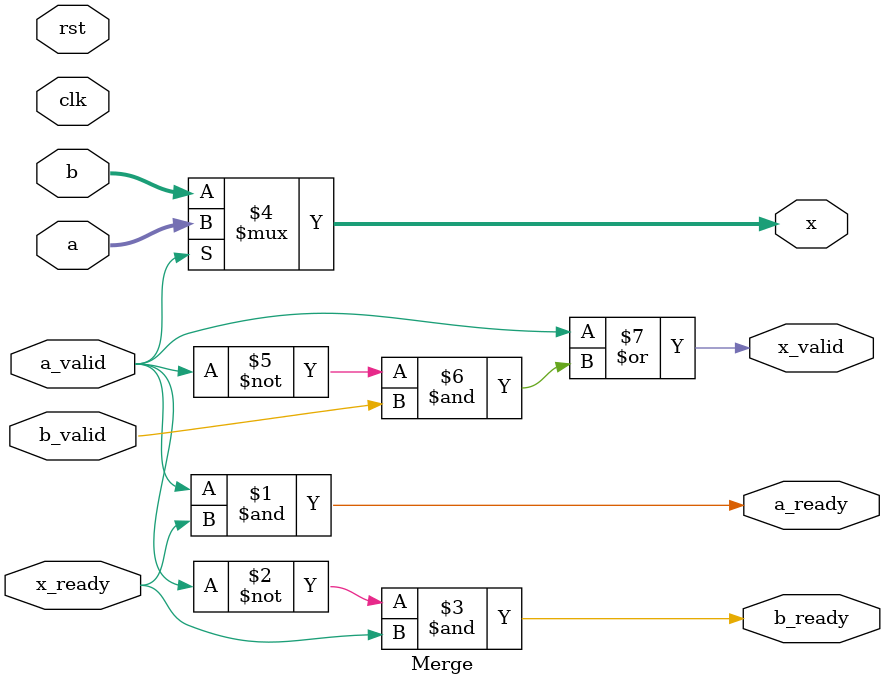
<source format=sv>
`ifndef __PYCDE_TYPES__
`define __PYCDE_TYPES__
`ifndef _TYPESCOPE_pycde
`define _TYPESCOPE_pycde
  typedef struct packed {logic [31:0] data; logic [1:0] resp; } AXI_Lite_Read_Resp;
  typedef struct packed {logic write; logic upper; } MMIOSel;
  typedef
    struct packed {logic upper; logic write; logic [31:0] offset; logic [63:0] data; }
    MMIOIntermediateCmd;
`endif // _TYPESCOPE_pycde
`endif // __PYCDE_TYPES__
module Merge(	// {/workspace/circt/build/default/tools/circt/python_packages/pycde/pycde/module.py:491 <- /workspace/circt/lib/Dialect/ESI/runtime/tests/integration/hw/esi_advanced.py:16}
  input        clk,
               rst,
  input  [7:0] a,
  input        a_valid,
  input  [7:0] b,
  input        b_valid,
               x_ready,
  output       a_ready,
               b_ready,
  output [7:0] x,
  output       x_valid
);

  assign a_ready = a_valid & x_ready;	// {/workspace/circt/build/default/tools/circt/python_packages/pycde/pycde/module.py:114 <- {/workspace/circt/build/default/tools/circt/python_packages/pycde/pycde/module.py:119 <- {/workspace/circt/lib/Dialect/ESI/runtime/tests/integration/hw/esi_advanced.py:25 <- /workspace/circt/lib/Dialect/ESI/runtime/tests/integration/hw/esi_advanced.py:16}}}, {/workspace/circt/build/default/tools/circt/python_packages/pycde/pycde/signals.py:1143 <- {/workspace/circt/build/default/tools/circt/python_packages/pycde/pycde/signals.py:411 <- {/workspace/circt/build/default/tools/circt/python_packages/pycde/pycde/signals.py:426 <- {/workspace/circt/build/default/tools/circt/python_packages/pycde/pycde/types.py:803 <- {/workspace/circt/lib/Dialect/ESI/runtime/tests/integration/hw/esi_advanced.py:26 <- {/workspace/circt/build/default/tools/circt/python_packages/pycde/pycde/module.py:600 <- {/workspace/circt/build/default/tools/circt/python_packages/pycde/pycde/system.py:343 <- /workspace/circt/lib/Dialect/ESI/runtime/tests/integration/hw/esi_advanced.py:98}}}}}}}
  assign b_ready = ~a_valid & x_ready;	// {/workspace/circt/build/default/tools/circt/python_packages/pycde/pycde/module.py:114 <- {/workspace/circt/build/default/tools/circt/python_packages/pycde/pycde/module.py:119 <- {/workspace/circt/lib/Dialect/ESI/runtime/tests/integration/hw/esi_advanced.py:25 <- /workspace/circt/lib/Dialect/ESI/runtime/tests/integration/hw/esi_advanced.py:16}}}, {/workspace/circt/build/default/tools/circt/python_packages/pycde/pycde/signals.py:1143 <- {/workspace/circt/build/default/tools/circt/python_packages/pycde/pycde/signals.py:411 <- {/workspace/circt/build/default/tools/circt/python_packages/pycde/pycde/signals.py:426 <- {/workspace/circt/build/default/tools/circt/python_packages/pycde/pycde/types.py:804 <- {/workspace/circt/lib/Dialect/ESI/runtime/tests/integration/hw/esi_advanced.py:26 <- {/workspace/circt/build/default/tools/circt/python_packages/pycde/pycde/module.py:600 <- {/workspace/circt/build/default/tools/circt/python_packages/pycde/pycde/system.py:343 <- /workspace/circt/lib/Dialect/ESI/runtime/tests/integration/hw/esi_advanced.py:98}}}}}}}, {/workspace/circt/build/default/tools/circt/python_packages/pycde/pycde/signals.py:1143 <- {/workspace/circt/build/default/tools/circt/python_packages/pycde/pycde/signals.py:411 <- {/workspace/circt/build/default/tools/circt/python_packages/pycde/pycde/signals.py:434 <- {/workspace/circt/build/default/tools/circt/python_packages/pycde/pycde/signals.py:437 <- {/workspace/circt/build/default/tools/circt/python_packages/pycde/pycde/types.py:801 <- {/workspace/circt/lib/Dialect/ESI/runtime/tests/integration/hw/esi_advanced.py:26 <- {/workspace/circt/build/default/tools/circt/python_packages/pycde/pycde/module.py:600 <- {/workspace/circt/build/default/tools/circt/python_packages/pycde/pycde/system.py:343 <- /workspace/circt/lib/Dialect/ESI/runtime/tests/integration/hw/esi_advanced.py:98}}}}}}}}
  assign x = a_valid ? a : b;	// {/workspace/circt/build/default/tools/circt/python_packages/pycde/pycde/module.py:114 <- {/workspace/circt/build/default/tools/circt/python_packages/pycde/pycde/module.py:119 <- {/workspace/circt/lib/Dialect/ESI/runtime/tests/integration/hw/esi_advanced.py:25 <- /workspace/circt/lib/Dialect/ESI/runtime/tests/integration/hw/esi_advanced.py:16}}}, {/workspace/circt/build/default/tools/circt/python_packages/pycde/pycde/signals.py:1143 <- {/workspace/circt/build/default/tools/circt/python_packages/pycde/pycde/constructs.py:220 <- {/workspace/circt/build/default/tools/circt/python_packages/pycde/pycde/types.py:807 <- {/workspace/circt/lib/Dialect/ESI/runtime/tests/integration/hw/esi_advanced.py:26 <- {/workspace/circt/build/default/tools/circt/python_packages/pycde/pycde/module.py:600 <- {/workspace/circt/build/default/tools/circt/python_packages/pycde/pycde/system.py:343 <- /workspace/circt/lib/Dialect/ESI/runtime/tests/integration/hw/esi_advanced.py:98}}}}}}
  assign x_valid = a_valid | ~a_valid & b_valid;	// {/workspace/circt/build/default/tools/circt/python_packages/pycde/pycde/module.py:114 <- {/workspace/circt/build/default/tools/circt/python_packages/pycde/pycde/module.py:119 <- {/workspace/circt/lib/Dialect/ESI/runtime/tests/integration/hw/esi_advanced.py:25 <- /workspace/circt/lib/Dialect/ESI/runtime/tests/integration/hw/esi_advanced.py:16}}}, {/workspace/circt/build/default/tools/circt/python_packages/pycde/pycde/signals.py:1143 <- {/workspace/circt/build/default/tools/circt/python_packages/pycde/pycde/signals.py:411 <- {/workspace/circt/build/default/tools/circt/python_packages/pycde/pycde/signals.py:430 <- {/workspace/circt/build/default/tools/circt/python_packages/pycde/pycde/types.py:806 <- {/workspace/circt/lib/Dialect/ESI/runtime/tests/integration/hw/esi_advanced.py:26 <- {/workspace/circt/build/default/tools/circt/python_packages/pycde/pycde/module.py:600 <- {/workspace/circt/build/default/tools/circt/python_packages/pycde/pycde/system.py:343 <- /workspace/circt/lib/Dialect/ESI/runtime/tests/integration/hw/esi_advanced.py:98}}}}}}}, {/workspace/circt/build/default/tools/circt/python_packages/pycde/pycde/signals.py:1143 <- {/workspace/circt/build/default/tools/circt/python_packages/pycde/pycde/signals.py:411 <- {/workspace/circt/build/default/tools/circt/python_packages/pycde/pycde/signals.py:426 <- {/workspace/circt/build/default/tools/circt/python_packages/pycde/pycde/types.py:806 <- {/workspace/circt/lib/Dialect/ESI/runtime/tests/integration/hw/esi_advanced.py:26 <- {/workspace/circt/build/default/tools/circt/python_packages/pycde/pycde/module.py:600 <- {/workspace/circt/build/default/tools/circt/python_packages/pycde/pycde/system.py:343 <- /workspace/circt/lib/Dialect/ESI/runtime/tests/integration/hw/esi_advanced.py:98}}}}}}}, {/workspace/circt/build/default/tools/circt/python_packages/pycde/pycde/signals.py:1143 <- {/workspace/circt/build/default/tools/circt/python_packages/pycde/pycde/signals.py:411 <- {/workspace/circt/build/default/tools/circt/python_packages/pycde/pycde/signals.py:434 <- {/workspace/circt/build/default/tools/circt/python_packages/pycde/pycde/signals.py:437 <- {/workspace/circt/build/default/tools/circt/python_packages/pycde/pycde/types.py:801 <- {/workspace/circt/lib/Dialect/ESI/runtime/tests/integration/hw/esi_advanced.py:26 <- {/workspace/circt/build/default/tools/circt/python_packages/pycde/pycde/module.py:600 <- {/workspace/circt/build/default/tools/circt/python_packages/pycde/pycde/system.py:343 <- /workspace/circt/lib/Dialect/ESI/runtime/tests/integration/hw/esi_advanced.py:98}}}}}}}}
endmodule


</source>
